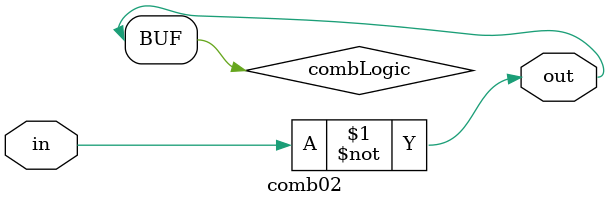
<source format=v>
module comb02 (in,out);
  // tmrg default triplicate
  input in;
  output out;
  wire combLogic;
  assign combLogic = ~in;
  assign out = combLogic;
endmodule

</source>
